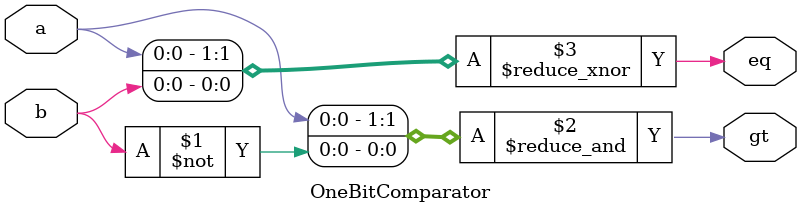
<source format=v>
`timescale 1ns / 1ps

module OneBitComparator(
    input a,
    input b,
    output gt,
    output eq
);

//Reduction "and" operator performed on the concatenation of a and not(b)
assign gt = (& {a, ~b});
//Reduction "xnor" operator performed on the contatenation of a and b
assign eq = (~^ {a, b});

endmodule

</source>
